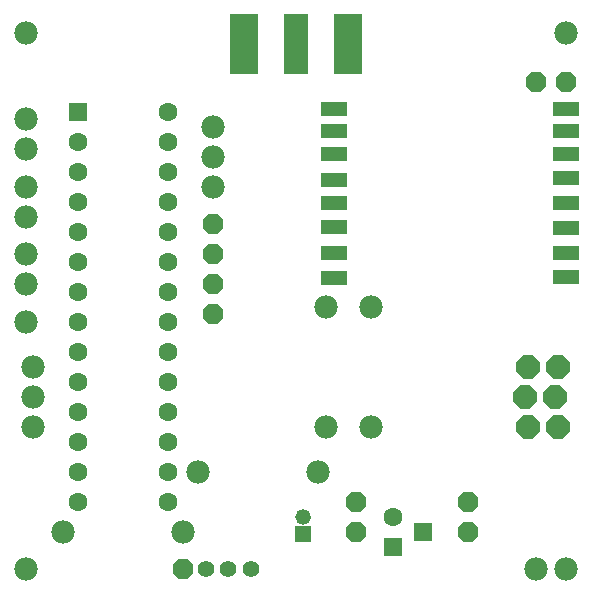
<source format=gts>
G75*
%MOIN*%
%OFA0B0*%
%FSLAX24Y24*%
%IPPOS*%
%LPD*%
%AMOC8*
5,1,8,0,0,1.08239X$1,22.5*
%
%ADD10R,0.0900X0.0460*%
%ADD11C,0.0555*%
%ADD12OC8,0.0780*%
%ADD13C,0.0780*%
%ADD14R,0.0630X0.0630*%
%ADD15C,0.0630*%
%ADD16R,0.0520X0.0520*%
%ADD17C,0.0520*%
%ADD18OC8,0.0670*%
%ADD19R,0.0790X0.2040*%
%ADD20R,0.0940X0.2040*%
D10*
X011693Y011643D03*
X011693Y012481D03*
X011693Y013331D03*
X011693Y014118D03*
X011693Y014905D03*
X011693Y015755D03*
X011693Y016543D03*
X011693Y017268D03*
X019430Y017268D03*
X019430Y016543D03*
X019430Y015755D03*
X019430Y014968D03*
X019430Y014118D03*
X019430Y013293D03*
X019430Y012456D03*
X019430Y011668D03*
D11*
X008930Y001930D03*
X008180Y001930D03*
X007430Y001930D03*
D12*
X018080Y007680D03*
X018180Y006680D03*
X019180Y006680D03*
X019080Y007680D03*
X019180Y008680D03*
X018180Y008680D03*
D13*
X001430Y001930D03*
X002680Y003180D03*
X001680Y006680D03*
X001680Y007680D03*
X001680Y008680D03*
X001430Y010180D03*
X001430Y011430D03*
X001430Y012430D03*
X001430Y013680D03*
X001430Y014680D03*
X001430Y015930D03*
X001430Y016930D03*
X001430Y019805D03*
X007680Y016680D03*
X007680Y015680D03*
X007680Y014680D03*
X011430Y010680D03*
X012930Y010680D03*
X012930Y006680D03*
X011430Y006680D03*
X011180Y005180D03*
X007180Y005180D03*
X006680Y003180D03*
X018430Y001930D03*
X019430Y001930D03*
X010430Y019430D03*
X019430Y019805D03*
D14*
X014680Y003180D03*
X013680Y002680D03*
X003180Y017180D03*
D15*
X003180Y016180D03*
X003180Y015180D03*
X003180Y014180D03*
X003180Y013180D03*
X003180Y012180D03*
X003180Y011180D03*
X003180Y010180D03*
X003180Y009180D03*
X003180Y008180D03*
X003180Y007180D03*
X003180Y006180D03*
X003180Y005180D03*
X003180Y004180D03*
X006180Y004180D03*
X006180Y005180D03*
X006180Y006180D03*
X006180Y007180D03*
X006180Y008180D03*
X006180Y009180D03*
X006180Y010180D03*
X006180Y011180D03*
X006180Y012180D03*
X006180Y013180D03*
X006180Y014180D03*
X006180Y015180D03*
X006180Y016180D03*
X006180Y017180D03*
X013680Y003680D03*
D16*
X010680Y003090D03*
D17*
X010680Y003680D03*
D18*
X012430Y003180D03*
X012430Y004180D03*
X016180Y004180D03*
X016180Y003180D03*
X007680Y010430D03*
X007680Y011430D03*
X007680Y012430D03*
X007680Y013430D03*
X006680Y001930D03*
X018430Y018180D03*
X019430Y018180D03*
D19*
X010430Y019420D03*
D20*
X008690Y019420D03*
X012170Y019420D03*
M02*

</source>
